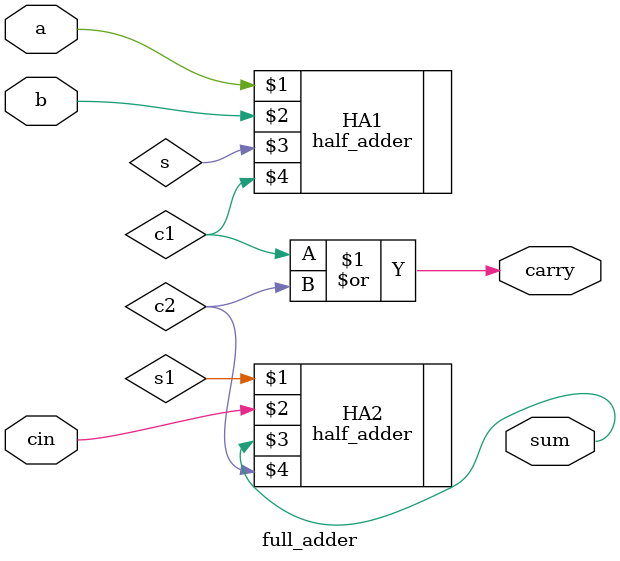
<source format=v>
`timescale 1ns / 1ps


module full_adder(
    input a, b, cin,
    output sum, carry 
    );
    wire s1, c1, c2;
    half_adder HA1(a, b, s, c1);
    half_adder HA2(s1, cin, sum, c2);
    assign carry = c1 | c2;
endmodule

</source>
